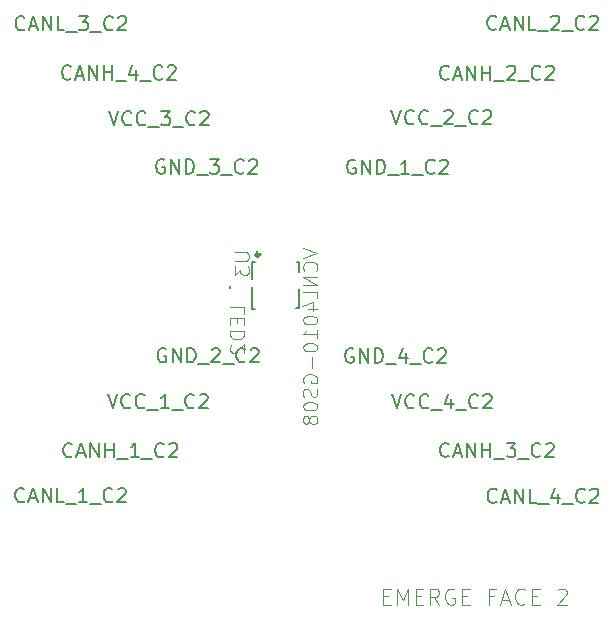
<source format=gbr>
G04 #@! TF.FileFunction,Legend,Bot*
%FSLAX46Y46*%
G04 Gerber Fmt 4.6, Leading zero omitted, Abs format (unit mm)*
G04 Created by KiCad (PCBNEW 4.0.6) date 05/08/17 07:17:05*
%MOMM*%
%LPD*%
G01*
G04 APERTURE LIST*
%ADD10C,0.100000*%
%ADD11C,0.113792*%
%ADD12C,0.127000*%
%ADD13C,0.304800*%
%ADD14C,0.101600*%
G04 APERTURE END LIST*
D10*
D11*
X189511033Y-131394140D02*
X189961460Y-131394140D01*
X190154500Y-132101953D02*
X189511033Y-132101953D01*
X189511033Y-130750673D01*
X190154500Y-130750673D01*
X190733620Y-132101953D02*
X190733620Y-130750673D01*
X191184047Y-131715873D01*
X191634474Y-130750673D01*
X191634474Y-132101953D01*
X192277940Y-131394140D02*
X192728367Y-131394140D01*
X192921407Y-132101953D02*
X192277940Y-132101953D01*
X192277940Y-130750673D01*
X192921407Y-130750673D01*
X194272687Y-132101953D02*
X193822261Y-131458487D01*
X193500527Y-132101953D02*
X193500527Y-130750673D01*
X194015301Y-130750673D01*
X194143994Y-130815020D01*
X194208341Y-130879367D01*
X194272687Y-131008060D01*
X194272687Y-131201100D01*
X194208341Y-131329793D01*
X194143994Y-131394140D01*
X194015301Y-131458487D01*
X193500527Y-131458487D01*
X195559621Y-130815020D02*
X195430927Y-130750673D01*
X195237887Y-130750673D01*
X195044847Y-130815020D01*
X194916154Y-130943713D01*
X194851807Y-131072407D01*
X194787461Y-131329793D01*
X194787461Y-131522833D01*
X194851807Y-131780220D01*
X194916154Y-131908913D01*
X195044847Y-132037607D01*
X195237887Y-132101953D01*
X195366581Y-132101953D01*
X195559621Y-132037607D01*
X195623967Y-131973260D01*
X195623967Y-131522833D01*
X195366581Y-131522833D01*
X196203087Y-131394140D02*
X196653514Y-131394140D01*
X196846554Y-132101953D02*
X196203087Y-132101953D01*
X196203087Y-130750673D01*
X196846554Y-130750673D01*
X198905648Y-131394140D02*
X198455221Y-131394140D01*
X198455221Y-132101953D02*
X198455221Y-130750673D01*
X199098688Y-130750673D01*
X199549115Y-131715873D02*
X200192581Y-131715873D01*
X199420421Y-132101953D02*
X199870848Y-130750673D01*
X200321275Y-132101953D01*
X201543861Y-131973260D02*
X201479515Y-132037607D01*
X201286475Y-132101953D01*
X201157781Y-132101953D01*
X200964741Y-132037607D01*
X200836048Y-131908913D01*
X200771701Y-131780220D01*
X200707355Y-131522833D01*
X200707355Y-131329793D01*
X200771701Y-131072407D01*
X200836048Y-130943713D01*
X200964741Y-130815020D01*
X201157781Y-130750673D01*
X201286475Y-130750673D01*
X201479515Y-130815020D01*
X201543861Y-130879367D01*
X202122981Y-131394140D02*
X202573408Y-131394140D01*
X202766448Y-132101953D02*
X202122981Y-132101953D01*
X202122981Y-130750673D01*
X202766448Y-130750673D01*
X204310769Y-130879367D02*
X204375115Y-130815020D01*
X204503809Y-130750673D01*
X204825542Y-130750673D01*
X204954235Y-130815020D01*
X205018582Y-130879367D01*
X205082929Y-131008060D01*
X205082929Y-131136753D01*
X205018582Y-131329793D01*
X204246422Y-132101953D01*
X205082929Y-132101953D01*
D10*
G36*
X176640100Y-105343900D02*
X176440100Y-105343900D01*
X176440100Y-105143900D01*
X176640100Y-105143900D01*
X176640100Y-105343900D01*
G37*
D12*
X178646300Y-103084500D02*
X178446300Y-103084500D01*
X178446300Y-103084500D02*
X178446300Y-104524500D01*
X178456300Y-105234500D02*
X178456300Y-107044500D01*
X178456300Y-107044500D02*
X178636300Y-107044500D01*
X182196300Y-103094500D02*
X182396300Y-103094500D01*
X182396300Y-103094500D02*
X182396300Y-103924500D01*
X182186300Y-107034500D02*
X182406300Y-107034500D01*
X182406300Y-107034500D02*
X182406300Y-105424500D01*
D13*
X179070309Y-102474500D02*
G75*
G03X179070309Y-102474500I-164009J0D01*
G01*
D12*
X178947922Y-102474500D02*
G75*
G03X178947922Y-102474500I-31622J0D01*
G01*
D14*
X177752648Y-107475686D02*
X177752648Y-106901162D01*
X176546148Y-106901162D01*
X177120671Y-107877852D02*
X177120671Y-108280019D01*
X177752648Y-108452376D02*
X177752648Y-107877852D01*
X176546148Y-107877852D01*
X176546148Y-108452376D01*
X177752648Y-108969447D02*
X176546148Y-108969447D01*
X176546148Y-109256709D01*
X176603600Y-109429066D01*
X176718505Y-109543971D01*
X176833410Y-109601423D01*
X177063219Y-109658875D01*
X177235576Y-109658875D01*
X177465386Y-109601423D01*
X177580290Y-109543971D01*
X177695195Y-109429066D01*
X177752648Y-109256709D01*
X177752648Y-108969447D01*
X176661052Y-110118495D02*
X176603600Y-110175947D01*
X176546148Y-110290852D01*
X176546148Y-110578114D01*
X176603600Y-110693018D01*
X176661052Y-110750471D01*
X176775957Y-110807923D01*
X176890862Y-110807923D01*
X177063219Y-110750471D01*
X177752648Y-110061042D01*
X177752648Y-110807923D01*
D12*
X190230005Y-90240948D02*
X190632171Y-91447448D01*
X191034338Y-90240948D01*
X192125933Y-91332543D02*
X192068481Y-91389995D01*
X191896124Y-91447448D01*
X191781219Y-91447448D01*
X191608862Y-91389995D01*
X191493957Y-91275090D01*
X191436505Y-91160186D01*
X191379053Y-90930376D01*
X191379053Y-90758019D01*
X191436505Y-90528210D01*
X191493957Y-90413305D01*
X191608862Y-90298400D01*
X191781219Y-90240948D01*
X191896124Y-90240948D01*
X192068481Y-90298400D01*
X192125933Y-90355852D01*
X193332433Y-91332543D02*
X193274981Y-91389995D01*
X193102624Y-91447448D01*
X192987719Y-91447448D01*
X192815362Y-91389995D01*
X192700457Y-91275090D01*
X192643005Y-91160186D01*
X192585553Y-90930376D01*
X192585553Y-90758019D01*
X192643005Y-90528210D01*
X192700457Y-90413305D01*
X192815362Y-90298400D01*
X192987719Y-90240948D01*
X193102624Y-90240948D01*
X193274981Y-90298400D01*
X193332433Y-90355852D01*
X193562243Y-91562352D02*
X194481481Y-91562352D01*
X194711291Y-90355852D02*
X194768743Y-90298400D01*
X194883648Y-90240948D01*
X195170910Y-90240948D01*
X195285814Y-90298400D01*
X195343267Y-90355852D01*
X195400719Y-90470757D01*
X195400719Y-90585662D01*
X195343267Y-90758019D01*
X194653838Y-91447448D01*
X195400719Y-91447448D01*
X195630529Y-91562352D02*
X196549767Y-91562352D01*
X197526457Y-91332543D02*
X197469005Y-91389995D01*
X197296648Y-91447448D01*
X197181743Y-91447448D01*
X197009386Y-91389995D01*
X196894481Y-91275090D01*
X196837029Y-91160186D01*
X196779577Y-90930376D01*
X196779577Y-90758019D01*
X196837029Y-90528210D01*
X196894481Y-90413305D01*
X197009386Y-90298400D01*
X197181743Y-90240948D01*
X197296648Y-90240948D01*
X197469005Y-90298400D01*
X197526457Y-90355852D01*
X197986077Y-90355852D02*
X198043529Y-90298400D01*
X198158434Y-90240948D01*
X198445696Y-90240948D01*
X198560600Y-90298400D01*
X198618053Y-90355852D01*
X198675505Y-90470757D01*
X198675505Y-90585662D01*
X198618053Y-90758019D01*
X197928624Y-91447448D01*
X198675505Y-91447448D01*
X166221005Y-114275948D02*
X166623171Y-115482448D01*
X167025338Y-114275948D01*
X168116933Y-115367543D02*
X168059481Y-115424995D01*
X167887124Y-115482448D01*
X167772219Y-115482448D01*
X167599862Y-115424995D01*
X167484957Y-115310090D01*
X167427505Y-115195186D01*
X167370053Y-114965376D01*
X167370053Y-114793019D01*
X167427505Y-114563210D01*
X167484957Y-114448305D01*
X167599862Y-114333400D01*
X167772219Y-114275948D01*
X167887124Y-114275948D01*
X168059481Y-114333400D01*
X168116933Y-114390852D01*
X169323433Y-115367543D02*
X169265981Y-115424995D01*
X169093624Y-115482448D01*
X168978719Y-115482448D01*
X168806362Y-115424995D01*
X168691457Y-115310090D01*
X168634005Y-115195186D01*
X168576553Y-114965376D01*
X168576553Y-114793019D01*
X168634005Y-114563210D01*
X168691457Y-114448305D01*
X168806362Y-114333400D01*
X168978719Y-114275948D01*
X169093624Y-114275948D01*
X169265981Y-114333400D01*
X169323433Y-114390852D01*
X169553243Y-115597352D02*
X170472481Y-115597352D01*
X171391719Y-115482448D02*
X170702291Y-115482448D01*
X171047005Y-115482448D02*
X171047005Y-114275948D01*
X170932100Y-114448305D01*
X170817195Y-114563210D01*
X170702291Y-114620662D01*
X171621529Y-115597352D02*
X172540767Y-115597352D01*
X173517457Y-115367543D02*
X173460005Y-115424995D01*
X173287648Y-115482448D01*
X173172743Y-115482448D01*
X173000386Y-115424995D01*
X172885481Y-115310090D01*
X172828029Y-115195186D01*
X172770577Y-114965376D01*
X172770577Y-114793019D01*
X172828029Y-114563210D01*
X172885481Y-114448305D01*
X173000386Y-114333400D01*
X173172743Y-114275948D01*
X173287648Y-114275948D01*
X173460005Y-114333400D01*
X173517457Y-114390852D01*
X173977077Y-114390852D02*
X174034529Y-114333400D01*
X174149434Y-114275948D01*
X174436696Y-114275948D01*
X174551600Y-114333400D01*
X174609053Y-114390852D01*
X174666505Y-114505757D01*
X174666505Y-114620662D01*
X174609053Y-114793019D01*
X173919624Y-115482448D01*
X174666505Y-115482448D01*
X171120338Y-110455400D02*
X171005433Y-110397948D01*
X170833076Y-110397948D01*
X170660719Y-110455400D01*
X170545814Y-110570305D01*
X170488362Y-110685210D01*
X170430910Y-110915019D01*
X170430910Y-111087376D01*
X170488362Y-111317186D01*
X170545814Y-111432090D01*
X170660719Y-111546995D01*
X170833076Y-111604448D01*
X170947981Y-111604448D01*
X171120338Y-111546995D01*
X171177790Y-111489543D01*
X171177790Y-111087376D01*
X170947981Y-111087376D01*
X171694862Y-111604448D02*
X171694862Y-110397948D01*
X172384290Y-111604448D01*
X172384290Y-110397948D01*
X172958814Y-111604448D02*
X172958814Y-110397948D01*
X173246076Y-110397948D01*
X173418433Y-110455400D01*
X173533338Y-110570305D01*
X173590790Y-110685210D01*
X173648242Y-110915019D01*
X173648242Y-111087376D01*
X173590790Y-111317186D01*
X173533338Y-111432090D01*
X173418433Y-111546995D01*
X173246076Y-111604448D01*
X172958814Y-111604448D01*
X173878052Y-111719352D02*
X174797290Y-111719352D01*
X175027100Y-110512852D02*
X175084552Y-110455400D01*
X175199457Y-110397948D01*
X175486719Y-110397948D01*
X175601623Y-110455400D01*
X175659076Y-110512852D01*
X175716528Y-110627757D01*
X175716528Y-110742662D01*
X175659076Y-110915019D01*
X174969647Y-111604448D01*
X175716528Y-111604448D01*
X175946338Y-111719352D02*
X176865576Y-111719352D01*
X177842266Y-111489543D02*
X177784814Y-111546995D01*
X177612457Y-111604448D01*
X177497552Y-111604448D01*
X177325195Y-111546995D01*
X177210290Y-111432090D01*
X177152838Y-111317186D01*
X177095386Y-111087376D01*
X177095386Y-110915019D01*
X177152838Y-110685210D01*
X177210290Y-110570305D01*
X177325195Y-110455400D01*
X177497552Y-110397948D01*
X177612457Y-110397948D01*
X177784814Y-110455400D01*
X177842266Y-110512852D01*
X178301886Y-110512852D02*
X178359338Y-110455400D01*
X178474243Y-110397948D01*
X178761505Y-110397948D01*
X178876409Y-110455400D01*
X178933862Y-110512852D01*
X178991314Y-110627757D01*
X178991314Y-110742662D01*
X178933862Y-110915019D01*
X178244433Y-111604448D01*
X178991314Y-111604448D01*
X187151338Y-94487400D02*
X187036433Y-94429948D01*
X186864076Y-94429948D01*
X186691719Y-94487400D01*
X186576814Y-94602305D01*
X186519362Y-94717210D01*
X186461910Y-94947019D01*
X186461910Y-95119376D01*
X186519362Y-95349186D01*
X186576814Y-95464090D01*
X186691719Y-95578995D01*
X186864076Y-95636448D01*
X186978981Y-95636448D01*
X187151338Y-95578995D01*
X187208790Y-95521543D01*
X187208790Y-95119376D01*
X186978981Y-95119376D01*
X187725862Y-95636448D02*
X187725862Y-94429948D01*
X188415290Y-95636448D01*
X188415290Y-94429948D01*
X188989814Y-95636448D02*
X188989814Y-94429948D01*
X189277076Y-94429948D01*
X189449433Y-94487400D01*
X189564338Y-94602305D01*
X189621790Y-94717210D01*
X189679242Y-94947019D01*
X189679242Y-95119376D01*
X189621790Y-95349186D01*
X189564338Y-95464090D01*
X189449433Y-95578995D01*
X189277076Y-95636448D01*
X188989814Y-95636448D01*
X189909052Y-95751352D02*
X190828290Y-95751352D01*
X191747528Y-95636448D02*
X191058100Y-95636448D01*
X191402814Y-95636448D02*
X191402814Y-94429948D01*
X191287909Y-94602305D01*
X191173004Y-94717210D01*
X191058100Y-94774662D01*
X191977338Y-95751352D02*
X192896576Y-95751352D01*
X193873266Y-95521543D02*
X193815814Y-95578995D01*
X193643457Y-95636448D01*
X193528552Y-95636448D01*
X193356195Y-95578995D01*
X193241290Y-95464090D01*
X193183838Y-95349186D01*
X193126386Y-95119376D01*
X193126386Y-94947019D01*
X193183838Y-94717210D01*
X193241290Y-94602305D01*
X193356195Y-94487400D01*
X193528552Y-94429948D01*
X193643457Y-94429948D01*
X193815814Y-94487400D01*
X193873266Y-94544852D01*
X194332886Y-94544852D02*
X194390338Y-94487400D01*
X194505243Y-94429948D01*
X194792505Y-94429948D01*
X194907409Y-94487400D01*
X194964862Y-94544852D01*
X195022314Y-94659757D01*
X195022314Y-94774662D01*
X194964862Y-94947019D01*
X194275433Y-95636448D01*
X195022314Y-95636448D01*
X199099790Y-83331543D02*
X199042338Y-83388995D01*
X198869981Y-83446448D01*
X198755076Y-83446448D01*
X198582719Y-83388995D01*
X198467814Y-83274090D01*
X198410362Y-83159186D01*
X198352910Y-82929376D01*
X198352910Y-82757019D01*
X198410362Y-82527210D01*
X198467814Y-82412305D01*
X198582719Y-82297400D01*
X198755076Y-82239948D01*
X198869981Y-82239948D01*
X199042338Y-82297400D01*
X199099790Y-82354852D01*
X199559410Y-83101733D02*
X200133933Y-83101733D01*
X199444505Y-83446448D02*
X199846671Y-82239948D01*
X200248838Y-83446448D01*
X200651005Y-83446448D02*
X200651005Y-82239948D01*
X201340433Y-83446448D01*
X201340433Y-82239948D01*
X202489481Y-83446448D02*
X201914957Y-83446448D01*
X201914957Y-82239948D01*
X202604385Y-83561352D02*
X203523623Y-83561352D01*
X203753433Y-82354852D02*
X203810885Y-82297400D01*
X203925790Y-82239948D01*
X204213052Y-82239948D01*
X204327956Y-82297400D01*
X204385409Y-82354852D01*
X204442861Y-82469757D01*
X204442861Y-82584662D01*
X204385409Y-82757019D01*
X203695980Y-83446448D01*
X204442861Y-83446448D01*
X204672671Y-83561352D02*
X205591909Y-83561352D01*
X206568599Y-83331543D02*
X206511147Y-83388995D01*
X206338790Y-83446448D01*
X206223885Y-83446448D01*
X206051528Y-83388995D01*
X205936623Y-83274090D01*
X205879171Y-83159186D01*
X205821719Y-82929376D01*
X205821719Y-82757019D01*
X205879171Y-82527210D01*
X205936623Y-82412305D01*
X206051528Y-82297400D01*
X206223885Y-82239948D01*
X206338790Y-82239948D01*
X206511147Y-82297400D01*
X206568599Y-82354852D01*
X207028219Y-82354852D02*
X207085671Y-82297400D01*
X207200576Y-82239948D01*
X207487838Y-82239948D01*
X207602742Y-82297400D01*
X207660195Y-82354852D01*
X207717647Y-82469757D01*
X207717647Y-82584662D01*
X207660195Y-82757019D01*
X206970766Y-83446448D01*
X207717647Y-83446448D01*
X159132790Y-123326543D02*
X159075338Y-123383995D01*
X158902981Y-123441448D01*
X158788076Y-123441448D01*
X158615719Y-123383995D01*
X158500814Y-123269090D01*
X158443362Y-123154186D01*
X158385910Y-122924376D01*
X158385910Y-122752019D01*
X158443362Y-122522210D01*
X158500814Y-122407305D01*
X158615719Y-122292400D01*
X158788076Y-122234948D01*
X158902981Y-122234948D01*
X159075338Y-122292400D01*
X159132790Y-122349852D01*
X159592410Y-123096733D02*
X160166933Y-123096733D01*
X159477505Y-123441448D02*
X159879671Y-122234948D01*
X160281838Y-123441448D01*
X160684005Y-123441448D02*
X160684005Y-122234948D01*
X161373433Y-123441448D01*
X161373433Y-122234948D01*
X162522481Y-123441448D02*
X161947957Y-123441448D01*
X161947957Y-122234948D01*
X162637385Y-123556352D02*
X163556623Y-123556352D01*
X164475861Y-123441448D02*
X163786433Y-123441448D01*
X164131147Y-123441448D02*
X164131147Y-122234948D01*
X164016242Y-122407305D01*
X163901337Y-122522210D01*
X163786433Y-122579662D01*
X164705671Y-123556352D02*
X165624909Y-123556352D01*
X166601599Y-123326543D02*
X166544147Y-123383995D01*
X166371790Y-123441448D01*
X166256885Y-123441448D01*
X166084528Y-123383995D01*
X165969623Y-123269090D01*
X165912171Y-123154186D01*
X165854719Y-122924376D01*
X165854719Y-122752019D01*
X165912171Y-122522210D01*
X165969623Y-122407305D01*
X166084528Y-122292400D01*
X166256885Y-122234948D01*
X166371790Y-122234948D01*
X166544147Y-122292400D01*
X166601599Y-122349852D01*
X167061219Y-122349852D02*
X167118671Y-122292400D01*
X167233576Y-122234948D01*
X167520838Y-122234948D01*
X167635742Y-122292400D01*
X167693195Y-122349852D01*
X167750647Y-122464757D01*
X167750647Y-122579662D01*
X167693195Y-122752019D01*
X167003766Y-123441448D01*
X167750647Y-123441448D01*
X195086790Y-87575543D02*
X195029338Y-87632995D01*
X194856981Y-87690448D01*
X194742076Y-87690448D01*
X194569719Y-87632995D01*
X194454814Y-87518090D01*
X194397362Y-87403186D01*
X194339910Y-87173376D01*
X194339910Y-87001019D01*
X194397362Y-86771210D01*
X194454814Y-86656305D01*
X194569719Y-86541400D01*
X194742076Y-86483948D01*
X194856981Y-86483948D01*
X195029338Y-86541400D01*
X195086790Y-86598852D01*
X195546410Y-87345733D02*
X196120933Y-87345733D01*
X195431505Y-87690448D02*
X195833671Y-86483948D01*
X196235838Y-87690448D01*
X196638005Y-87690448D02*
X196638005Y-86483948D01*
X197327433Y-87690448D01*
X197327433Y-86483948D01*
X197901957Y-87690448D02*
X197901957Y-86483948D01*
X197901957Y-87058471D02*
X198591385Y-87058471D01*
X198591385Y-87690448D02*
X198591385Y-86483948D01*
X198878647Y-87805352D02*
X199797885Y-87805352D01*
X200027695Y-86598852D02*
X200085147Y-86541400D01*
X200200052Y-86483948D01*
X200487314Y-86483948D01*
X200602218Y-86541400D01*
X200659671Y-86598852D01*
X200717123Y-86713757D01*
X200717123Y-86828662D01*
X200659671Y-87001019D01*
X199970242Y-87690448D01*
X200717123Y-87690448D01*
X200946933Y-87805352D02*
X201866171Y-87805352D01*
X202842861Y-87575543D02*
X202785409Y-87632995D01*
X202613052Y-87690448D01*
X202498147Y-87690448D01*
X202325790Y-87632995D01*
X202210885Y-87518090D01*
X202153433Y-87403186D01*
X202095981Y-87173376D01*
X202095981Y-87001019D01*
X202153433Y-86771210D01*
X202210885Y-86656305D01*
X202325790Y-86541400D01*
X202498147Y-86483948D01*
X202613052Y-86483948D01*
X202785409Y-86541400D01*
X202842861Y-86598852D01*
X203302481Y-86598852D02*
X203359933Y-86541400D01*
X203474838Y-86483948D01*
X203762100Y-86483948D01*
X203877004Y-86541400D01*
X203934457Y-86598852D01*
X203991909Y-86713757D01*
X203991909Y-86828662D01*
X203934457Y-87001019D01*
X203245028Y-87690448D01*
X203991909Y-87690448D01*
X163195790Y-119525543D02*
X163138338Y-119582995D01*
X162965981Y-119640448D01*
X162851076Y-119640448D01*
X162678719Y-119582995D01*
X162563814Y-119468090D01*
X162506362Y-119353186D01*
X162448910Y-119123376D01*
X162448910Y-118951019D01*
X162506362Y-118721210D01*
X162563814Y-118606305D01*
X162678719Y-118491400D01*
X162851076Y-118433948D01*
X162965981Y-118433948D01*
X163138338Y-118491400D01*
X163195790Y-118548852D01*
X163655410Y-119295733D02*
X164229933Y-119295733D01*
X163540505Y-119640448D02*
X163942671Y-118433948D01*
X164344838Y-119640448D01*
X164747005Y-119640448D02*
X164747005Y-118433948D01*
X165436433Y-119640448D01*
X165436433Y-118433948D01*
X166010957Y-119640448D02*
X166010957Y-118433948D01*
X166010957Y-119008471D02*
X166700385Y-119008471D01*
X166700385Y-119640448D02*
X166700385Y-118433948D01*
X166987647Y-119755352D02*
X167906885Y-119755352D01*
X168826123Y-119640448D02*
X168136695Y-119640448D01*
X168481409Y-119640448D02*
X168481409Y-118433948D01*
X168366504Y-118606305D01*
X168251599Y-118721210D01*
X168136695Y-118778662D01*
X169055933Y-119755352D02*
X169975171Y-119755352D01*
X170951861Y-119525543D02*
X170894409Y-119582995D01*
X170722052Y-119640448D01*
X170607147Y-119640448D01*
X170434790Y-119582995D01*
X170319885Y-119468090D01*
X170262433Y-119353186D01*
X170204981Y-119123376D01*
X170204981Y-118951019D01*
X170262433Y-118721210D01*
X170319885Y-118606305D01*
X170434790Y-118491400D01*
X170607147Y-118433948D01*
X170722052Y-118433948D01*
X170894409Y-118491400D01*
X170951861Y-118548852D01*
X171411481Y-118548852D02*
X171468933Y-118491400D01*
X171583838Y-118433948D01*
X171871100Y-118433948D01*
X171986004Y-118491400D01*
X172043457Y-118548852D01*
X172100909Y-118663757D01*
X172100909Y-118778662D01*
X172043457Y-118951019D01*
X171354028Y-119640448D01*
X172100909Y-119640448D01*
D14*
X176962348Y-102291762D02*
X177939038Y-102291762D01*
X178053943Y-102349214D01*
X178111395Y-102406667D01*
X178168848Y-102521571D01*
X178168848Y-102751381D01*
X178111395Y-102866286D01*
X178053943Y-102923738D01*
X177939038Y-102981190D01*
X176962348Y-102981190D01*
X176962348Y-103440809D02*
X176962348Y-104187690D01*
X177421967Y-103785523D01*
X177421967Y-103957881D01*
X177479419Y-104072785D01*
X177536871Y-104130238D01*
X177651776Y-104187690D01*
X177939038Y-104187690D01*
X178053943Y-104130238D01*
X178111395Y-104072785D01*
X178168848Y-103957881D01*
X178168848Y-103613166D01*
X178111395Y-103498262D01*
X178053943Y-103440809D01*
X182742348Y-101929405D02*
X183948848Y-102331571D01*
X182742348Y-102733738D01*
X183833943Y-103825333D02*
X183891395Y-103767881D01*
X183948848Y-103595524D01*
X183948848Y-103480619D01*
X183891395Y-103308262D01*
X183776490Y-103193357D01*
X183661586Y-103135905D01*
X183431776Y-103078453D01*
X183259419Y-103078453D01*
X183029610Y-103135905D01*
X182914705Y-103193357D01*
X182799800Y-103308262D01*
X182742348Y-103480619D01*
X182742348Y-103595524D01*
X182799800Y-103767881D01*
X182857252Y-103825333D01*
X183948848Y-104342405D02*
X182742348Y-104342405D01*
X183948848Y-105031833D01*
X182742348Y-105031833D01*
X183948848Y-106180881D02*
X183948848Y-105606357D01*
X182742348Y-105606357D01*
X183144514Y-107100118D02*
X183948848Y-107100118D01*
X182684895Y-106812856D02*
X183546681Y-106525595D01*
X183546681Y-107272475D01*
X182742348Y-107961904D02*
X182742348Y-108076809D01*
X182799800Y-108191714D01*
X182857252Y-108249166D01*
X182972157Y-108306619D01*
X183201967Y-108364071D01*
X183489229Y-108364071D01*
X183719038Y-108306619D01*
X183833943Y-108249166D01*
X183891395Y-108191714D01*
X183948848Y-108076809D01*
X183948848Y-107961904D01*
X183891395Y-107847000D01*
X183833943Y-107789547D01*
X183719038Y-107732095D01*
X183489229Y-107674643D01*
X183201967Y-107674643D01*
X182972157Y-107732095D01*
X182857252Y-107789547D01*
X182799800Y-107847000D01*
X182742348Y-107961904D01*
X183948848Y-109513119D02*
X183948848Y-108823691D01*
X183948848Y-109168405D02*
X182742348Y-109168405D01*
X182914705Y-109053500D01*
X183029610Y-108938595D01*
X183087062Y-108823691D01*
X182742348Y-110260000D02*
X182742348Y-110374905D01*
X182799800Y-110489810D01*
X182857252Y-110547262D01*
X182972157Y-110604715D01*
X183201967Y-110662167D01*
X183489229Y-110662167D01*
X183719038Y-110604715D01*
X183833943Y-110547262D01*
X183891395Y-110489810D01*
X183948848Y-110374905D01*
X183948848Y-110260000D01*
X183891395Y-110145096D01*
X183833943Y-110087643D01*
X183719038Y-110030191D01*
X183489229Y-109972739D01*
X183201967Y-109972739D01*
X182972157Y-110030191D01*
X182857252Y-110087643D01*
X182799800Y-110145096D01*
X182742348Y-110260000D01*
X183489229Y-111179239D02*
X183489229Y-112098477D01*
X182799800Y-113304977D02*
X182742348Y-113190072D01*
X182742348Y-113017715D01*
X182799800Y-112845358D01*
X182914705Y-112730453D01*
X183029610Y-112673001D01*
X183259419Y-112615549D01*
X183431776Y-112615549D01*
X183661586Y-112673001D01*
X183776490Y-112730453D01*
X183891395Y-112845358D01*
X183948848Y-113017715D01*
X183948848Y-113132620D01*
X183891395Y-113304977D01*
X183833943Y-113362429D01*
X183431776Y-113362429D01*
X183431776Y-113132620D01*
X183891395Y-113822049D02*
X183948848Y-113994406D01*
X183948848Y-114281668D01*
X183891395Y-114396572D01*
X183833943Y-114454025D01*
X183719038Y-114511477D01*
X183604133Y-114511477D01*
X183489229Y-114454025D01*
X183431776Y-114396572D01*
X183374324Y-114281668D01*
X183316871Y-114051858D01*
X183259419Y-113936953D01*
X183201967Y-113879501D01*
X183087062Y-113822049D01*
X182972157Y-113822049D01*
X182857252Y-113879501D01*
X182799800Y-113936953D01*
X182742348Y-114051858D01*
X182742348Y-114339120D01*
X182799800Y-114511477D01*
X182742348Y-115258358D02*
X182742348Y-115373263D01*
X182799800Y-115488168D01*
X182857252Y-115545620D01*
X182972157Y-115603073D01*
X183201967Y-115660525D01*
X183489229Y-115660525D01*
X183719038Y-115603073D01*
X183833943Y-115545620D01*
X183891395Y-115488168D01*
X183948848Y-115373263D01*
X183948848Y-115258358D01*
X183891395Y-115143454D01*
X183833943Y-115086001D01*
X183719038Y-115028549D01*
X183489229Y-114971097D01*
X183201967Y-114971097D01*
X182972157Y-115028549D01*
X182857252Y-115086001D01*
X182799800Y-115143454D01*
X182742348Y-115258358D01*
X183259419Y-116349954D02*
X183201967Y-116235049D01*
X183144514Y-116177597D01*
X183029610Y-116120145D01*
X182972157Y-116120145D01*
X182857252Y-116177597D01*
X182799800Y-116235049D01*
X182742348Y-116349954D01*
X182742348Y-116579764D01*
X182799800Y-116694668D01*
X182857252Y-116752121D01*
X182972157Y-116809573D01*
X183029610Y-116809573D01*
X183144514Y-116752121D01*
X183201967Y-116694668D01*
X183259419Y-116579764D01*
X183259419Y-116349954D01*
X183316871Y-116235049D01*
X183374324Y-116177597D01*
X183489229Y-116120145D01*
X183719038Y-116120145D01*
X183833943Y-116177597D01*
X183891395Y-116235049D01*
X183948848Y-116349954D01*
X183948848Y-116579764D01*
X183891395Y-116694668D01*
X183833943Y-116752121D01*
X183719038Y-116809573D01*
X183489229Y-116809573D01*
X183374324Y-116752121D01*
X183316871Y-116694668D01*
X183259419Y-116579764D01*
D12*
X186974338Y-110478400D02*
X186859433Y-110420948D01*
X186687076Y-110420948D01*
X186514719Y-110478400D01*
X186399814Y-110593305D01*
X186342362Y-110708210D01*
X186284910Y-110938019D01*
X186284910Y-111110376D01*
X186342362Y-111340186D01*
X186399814Y-111455090D01*
X186514719Y-111569995D01*
X186687076Y-111627448D01*
X186801981Y-111627448D01*
X186974338Y-111569995D01*
X187031790Y-111512543D01*
X187031790Y-111110376D01*
X186801981Y-111110376D01*
X187548862Y-111627448D02*
X187548862Y-110420948D01*
X188238290Y-111627448D01*
X188238290Y-110420948D01*
X188812814Y-111627448D02*
X188812814Y-110420948D01*
X189100076Y-110420948D01*
X189272433Y-110478400D01*
X189387338Y-110593305D01*
X189444790Y-110708210D01*
X189502242Y-110938019D01*
X189502242Y-111110376D01*
X189444790Y-111340186D01*
X189387338Y-111455090D01*
X189272433Y-111569995D01*
X189100076Y-111627448D01*
X188812814Y-111627448D01*
X189732052Y-111742352D02*
X190651290Y-111742352D01*
X191455623Y-110823114D02*
X191455623Y-111627448D01*
X191168361Y-110363495D02*
X190881100Y-111225281D01*
X191627980Y-111225281D01*
X191800338Y-111742352D02*
X192719576Y-111742352D01*
X193696266Y-111512543D02*
X193638814Y-111569995D01*
X193466457Y-111627448D01*
X193351552Y-111627448D01*
X193179195Y-111569995D01*
X193064290Y-111455090D01*
X193006838Y-111340186D01*
X192949386Y-111110376D01*
X192949386Y-110938019D01*
X193006838Y-110708210D01*
X193064290Y-110593305D01*
X193179195Y-110478400D01*
X193351552Y-110420948D01*
X193466457Y-110420948D01*
X193638814Y-110478400D01*
X193696266Y-110535852D01*
X194155886Y-110535852D02*
X194213338Y-110478400D01*
X194328243Y-110420948D01*
X194615505Y-110420948D01*
X194730409Y-110478400D01*
X194787862Y-110535852D01*
X194845314Y-110650757D01*
X194845314Y-110765662D01*
X194787862Y-110938019D01*
X194098433Y-111627448D01*
X194845314Y-111627448D01*
X170989738Y-94461000D02*
X170874833Y-94403548D01*
X170702476Y-94403548D01*
X170530119Y-94461000D01*
X170415214Y-94575905D01*
X170357762Y-94690810D01*
X170300310Y-94920619D01*
X170300310Y-95092976D01*
X170357762Y-95322786D01*
X170415214Y-95437690D01*
X170530119Y-95552595D01*
X170702476Y-95610048D01*
X170817381Y-95610048D01*
X170989738Y-95552595D01*
X171047190Y-95495143D01*
X171047190Y-95092976D01*
X170817381Y-95092976D01*
X171564262Y-95610048D02*
X171564262Y-94403548D01*
X172253690Y-95610048D01*
X172253690Y-94403548D01*
X172828214Y-95610048D02*
X172828214Y-94403548D01*
X173115476Y-94403548D01*
X173287833Y-94461000D01*
X173402738Y-94575905D01*
X173460190Y-94690810D01*
X173517642Y-94920619D01*
X173517642Y-95092976D01*
X173460190Y-95322786D01*
X173402738Y-95437690D01*
X173287833Y-95552595D01*
X173115476Y-95610048D01*
X172828214Y-95610048D01*
X173747452Y-95724952D02*
X174666690Y-95724952D01*
X174839047Y-94403548D02*
X175585928Y-94403548D01*
X175183761Y-94863167D01*
X175356119Y-94863167D01*
X175471023Y-94920619D01*
X175528476Y-94978071D01*
X175585928Y-95092976D01*
X175585928Y-95380238D01*
X175528476Y-95495143D01*
X175471023Y-95552595D01*
X175356119Y-95610048D01*
X175011404Y-95610048D01*
X174896500Y-95552595D01*
X174839047Y-95495143D01*
X175815738Y-95724952D02*
X176734976Y-95724952D01*
X177711666Y-95495143D02*
X177654214Y-95552595D01*
X177481857Y-95610048D01*
X177366952Y-95610048D01*
X177194595Y-95552595D01*
X177079690Y-95437690D01*
X177022238Y-95322786D01*
X176964786Y-95092976D01*
X176964786Y-94920619D01*
X177022238Y-94690810D01*
X177079690Y-94575905D01*
X177194595Y-94461000D01*
X177366952Y-94403548D01*
X177481857Y-94403548D01*
X177654214Y-94461000D01*
X177711666Y-94518452D01*
X178171286Y-94518452D02*
X178228738Y-94461000D01*
X178343643Y-94403548D01*
X178630905Y-94403548D01*
X178745809Y-94461000D01*
X178803262Y-94518452D01*
X178860714Y-94633357D01*
X178860714Y-94748262D01*
X178803262Y-94920619D01*
X178113833Y-95610048D01*
X178860714Y-95610048D01*
X166298405Y-90328748D02*
X166700571Y-91535248D01*
X167102738Y-90328748D01*
X168194333Y-91420343D02*
X168136881Y-91477795D01*
X167964524Y-91535248D01*
X167849619Y-91535248D01*
X167677262Y-91477795D01*
X167562357Y-91362890D01*
X167504905Y-91247986D01*
X167447453Y-91018176D01*
X167447453Y-90845819D01*
X167504905Y-90616010D01*
X167562357Y-90501105D01*
X167677262Y-90386200D01*
X167849619Y-90328748D01*
X167964524Y-90328748D01*
X168136881Y-90386200D01*
X168194333Y-90443652D01*
X169400833Y-91420343D02*
X169343381Y-91477795D01*
X169171024Y-91535248D01*
X169056119Y-91535248D01*
X168883762Y-91477795D01*
X168768857Y-91362890D01*
X168711405Y-91247986D01*
X168653953Y-91018176D01*
X168653953Y-90845819D01*
X168711405Y-90616010D01*
X168768857Y-90501105D01*
X168883762Y-90386200D01*
X169056119Y-90328748D01*
X169171024Y-90328748D01*
X169343381Y-90386200D01*
X169400833Y-90443652D01*
X169630643Y-91650152D02*
X170549881Y-91650152D01*
X170722238Y-90328748D02*
X171469119Y-90328748D01*
X171066952Y-90788367D01*
X171239310Y-90788367D01*
X171354214Y-90845819D01*
X171411667Y-90903271D01*
X171469119Y-91018176D01*
X171469119Y-91305438D01*
X171411667Y-91420343D01*
X171354214Y-91477795D01*
X171239310Y-91535248D01*
X170894595Y-91535248D01*
X170779691Y-91477795D01*
X170722238Y-91420343D01*
X171698929Y-91650152D02*
X172618167Y-91650152D01*
X173594857Y-91420343D02*
X173537405Y-91477795D01*
X173365048Y-91535248D01*
X173250143Y-91535248D01*
X173077786Y-91477795D01*
X172962881Y-91362890D01*
X172905429Y-91247986D01*
X172847977Y-91018176D01*
X172847977Y-90845819D01*
X172905429Y-90616010D01*
X172962881Y-90501105D01*
X173077786Y-90386200D01*
X173250143Y-90328748D01*
X173365048Y-90328748D01*
X173537405Y-90386200D01*
X173594857Y-90443652D01*
X174054477Y-90443652D02*
X174111929Y-90386200D01*
X174226834Y-90328748D01*
X174514096Y-90328748D01*
X174629000Y-90386200D01*
X174686453Y-90443652D01*
X174743905Y-90558557D01*
X174743905Y-90673462D01*
X174686453Y-90845819D01*
X173997024Y-91535248D01*
X174743905Y-91535248D01*
X190254205Y-114291748D02*
X190656371Y-115498248D01*
X191058538Y-114291748D01*
X192150133Y-115383343D02*
X192092681Y-115440795D01*
X191920324Y-115498248D01*
X191805419Y-115498248D01*
X191633062Y-115440795D01*
X191518157Y-115325890D01*
X191460705Y-115210986D01*
X191403253Y-114981176D01*
X191403253Y-114808819D01*
X191460705Y-114579010D01*
X191518157Y-114464105D01*
X191633062Y-114349200D01*
X191805419Y-114291748D01*
X191920324Y-114291748D01*
X192092681Y-114349200D01*
X192150133Y-114406652D01*
X193356633Y-115383343D02*
X193299181Y-115440795D01*
X193126824Y-115498248D01*
X193011919Y-115498248D01*
X192839562Y-115440795D01*
X192724657Y-115325890D01*
X192667205Y-115210986D01*
X192609753Y-114981176D01*
X192609753Y-114808819D01*
X192667205Y-114579010D01*
X192724657Y-114464105D01*
X192839562Y-114349200D01*
X193011919Y-114291748D01*
X193126824Y-114291748D01*
X193299181Y-114349200D01*
X193356633Y-114406652D01*
X193586443Y-115613152D02*
X194505681Y-115613152D01*
X195310014Y-114693914D02*
X195310014Y-115498248D01*
X195022752Y-114234295D02*
X194735491Y-115096081D01*
X195482371Y-115096081D01*
X195654729Y-115613152D02*
X196573967Y-115613152D01*
X197550657Y-115383343D02*
X197493205Y-115440795D01*
X197320848Y-115498248D01*
X197205943Y-115498248D01*
X197033586Y-115440795D01*
X196918681Y-115325890D01*
X196861229Y-115210986D01*
X196803777Y-114981176D01*
X196803777Y-114808819D01*
X196861229Y-114579010D01*
X196918681Y-114464105D01*
X197033586Y-114349200D01*
X197205943Y-114291748D01*
X197320848Y-114291748D01*
X197493205Y-114349200D01*
X197550657Y-114406652D01*
X198010277Y-114406652D02*
X198067729Y-114349200D01*
X198182634Y-114291748D01*
X198469896Y-114291748D01*
X198584800Y-114349200D01*
X198642253Y-114406652D01*
X198699705Y-114521557D01*
X198699705Y-114636462D01*
X198642253Y-114808819D01*
X197952824Y-115498248D01*
X198699705Y-115498248D01*
X199122990Y-123393343D02*
X199065538Y-123450795D01*
X198893181Y-123508248D01*
X198778276Y-123508248D01*
X198605919Y-123450795D01*
X198491014Y-123335890D01*
X198433562Y-123220986D01*
X198376110Y-122991176D01*
X198376110Y-122818819D01*
X198433562Y-122589010D01*
X198491014Y-122474105D01*
X198605919Y-122359200D01*
X198778276Y-122301748D01*
X198893181Y-122301748D01*
X199065538Y-122359200D01*
X199122990Y-122416652D01*
X199582610Y-123163533D02*
X200157133Y-123163533D01*
X199467705Y-123508248D02*
X199869871Y-122301748D01*
X200272038Y-123508248D01*
X200674205Y-123508248D02*
X200674205Y-122301748D01*
X201363633Y-123508248D01*
X201363633Y-122301748D01*
X202512681Y-123508248D02*
X201938157Y-123508248D01*
X201938157Y-122301748D01*
X202627585Y-123623152D02*
X203546823Y-123623152D01*
X204351156Y-122703914D02*
X204351156Y-123508248D01*
X204063894Y-122244295D02*
X203776633Y-123106081D01*
X204523513Y-123106081D01*
X204695871Y-123623152D02*
X205615109Y-123623152D01*
X206591799Y-123393343D02*
X206534347Y-123450795D01*
X206361990Y-123508248D01*
X206247085Y-123508248D01*
X206074728Y-123450795D01*
X205959823Y-123335890D01*
X205902371Y-123220986D01*
X205844919Y-122991176D01*
X205844919Y-122818819D01*
X205902371Y-122589010D01*
X205959823Y-122474105D01*
X206074728Y-122359200D01*
X206247085Y-122301748D01*
X206361990Y-122301748D01*
X206534347Y-122359200D01*
X206591799Y-122416652D01*
X207051419Y-122416652D02*
X207108871Y-122359200D01*
X207223776Y-122301748D01*
X207511038Y-122301748D01*
X207625942Y-122359200D01*
X207683395Y-122416652D01*
X207740847Y-122531557D01*
X207740847Y-122646462D01*
X207683395Y-122818819D01*
X206993966Y-123508248D01*
X207740847Y-123508248D01*
X159154190Y-83374943D02*
X159096738Y-83432395D01*
X158924381Y-83489848D01*
X158809476Y-83489848D01*
X158637119Y-83432395D01*
X158522214Y-83317490D01*
X158464762Y-83202586D01*
X158407310Y-82972776D01*
X158407310Y-82800419D01*
X158464762Y-82570610D01*
X158522214Y-82455705D01*
X158637119Y-82340800D01*
X158809476Y-82283348D01*
X158924381Y-82283348D01*
X159096738Y-82340800D01*
X159154190Y-82398252D01*
X159613810Y-83145133D02*
X160188333Y-83145133D01*
X159498905Y-83489848D02*
X159901071Y-82283348D01*
X160303238Y-83489848D01*
X160705405Y-83489848D02*
X160705405Y-82283348D01*
X161394833Y-83489848D01*
X161394833Y-82283348D01*
X162543881Y-83489848D02*
X161969357Y-83489848D01*
X161969357Y-82283348D01*
X162658785Y-83604752D02*
X163578023Y-83604752D01*
X163750380Y-82283348D02*
X164497261Y-82283348D01*
X164095094Y-82742967D01*
X164267452Y-82742967D01*
X164382356Y-82800419D01*
X164439809Y-82857871D01*
X164497261Y-82972776D01*
X164497261Y-83260038D01*
X164439809Y-83374943D01*
X164382356Y-83432395D01*
X164267452Y-83489848D01*
X163922737Y-83489848D01*
X163807833Y-83432395D01*
X163750380Y-83374943D01*
X164727071Y-83604752D02*
X165646309Y-83604752D01*
X166622999Y-83374943D02*
X166565547Y-83432395D01*
X166393190Y-83489848D01*
X166278285Y-83489848D01*
X166105928Y-83432395D01*
X165991023Y-83317490D01*
X165933571Y-83202586D01*
X165876119Y-82972776D01*
X165876119Y-82800419D01*
X165933571Y-82570610D01*
X165991023Y-82455705D01*
X166105928Y-82340800D01*
X166278285Y-82283348D01*
X166393190Y-82283348D01*
X166565547Y-82340800D01*
X166622999Y-82398252D01*
X167082619Y-82398252D02*
X167140071Y-82340800D01*
X167254976Y-82283348D01*
X167542238Y-82283348D01*
X167657142Y-82340800D01*
X167714595Y-82398252D01*
X167772047Y-82513157D01*
X167772047Y-82628062D01*
X167714595Y-82800419D01*
X167025166Y-83489848D01*
X167772047Y-83489848D01*
X163073990Y-87540743D02*
X163016538Y-87598195D01*
X162844181Y-87655648D01*
X162729276Y-87655648D01*
X162556919Y-87598195D01*
X162442014Y-87483290D01*
X162384562Y-87368386D01*
X162327110Y-87138576D01*
X162327110Y-86966219D01*
X162384562Y-86736410D01*
X162442014Y-86621505D01*
X162556919Y-86506600D01*
X162729276Y-86449148D01*
X162844181Y-86449148D01*
X163016538Y-86506600D01*
X163073990Y-86564052D01*
X163533610Y-87310933D02*
X164108133Y-87310933D01*
X163418705Y-87655648D02*
X163820871Y-86449148D01*
X164223038Y-87655648D01*
X164625205Y-87655648D02*
X164625205Y-86449148D01*
X165314633Y-87655648D01*
X165314633Y-86449148D01*
X165889157Y-87655648D02*
X165889157Y-86449148D01*
X165889157Y-87023671D02*
X166578585Y-87023671D01*
X166578585Y-87655648D02*
X166578585Y-86449148D01*
X166865847Y-87770552D02*
X167785085Y-87770552D01*
X168589418Y-86851314D02*
X168589418Y-87655648D01*
X168302156Y-86391695D02*
X168014895Y-87253481D01*
X168761775Y-87253481D01*
X168934133Y-87770552D02*
X169853371Y-87770552D01*
X170830061Y-87540743D02*
X170772609Y-87598195D01*
X170600252Y-87655648D01*
X170485347Y-87655648D01*
X170312990Y-87598195D01*
X170198085Y-87483290D01*
X170140633Y-87368386D01*
X170083181Y-87138576D01*
X170083181Y-86966219D01*
X170140633Y-86736410D01*
X170198085Y-86621505D01*
X170312990Y-86506600D01*
X170485347Y-86449148D01*
X170600252Y-86449148D01*
X170772609Y-86506600D01*
X170830061Y-86564052D01*
X171289681Y-86564052D02*
X171347133Y-86506600D01*
X171462038Y-86449148D01*
X171749300Y-86449148D01*
X171864204Y-86506600D01*
X171921657Y-86564052D01*
X171979109Y-86678957D01*
X171979109Y-86793862D01*
X171921657Y-86966219D01*
X171232228Y-87655648D01*
X171979109Y-87655648D01*
X195085990Y-119508543D02*
X195028538Y-119565995D01*
X194856181Y-119623448D01*
X194741276Y-119623448D01*
X194568919Y-119565995D01*
X194454014Y-119451090D01*
X194396562Y-119336186D01*
X194339110Y-119106376D01*
X194339110Y-118934019D01*
X194396562Y-118704210D01*
X194454014Y-118589305D01*
X194568919Y-118474400D01*
X194741276Y-118416948D01*
X194856181Y-118416948D01*
X195028538Y-118474400D01*
X195085990Y-118531852D01*
X195545610Y-119278733D02*
X196120133Y-119278733D01*
X195430705Y-119623448D02*
X195832871Y-118416948D01*
X196235038Y-119623448D01*
X196637205Y-119623448D02*
X196637205Y-118416948D01*
X197326633Y-119623448D01*
X197326633Y-118416948D01*
X197901157Y-119623448D02*
X197901157Y-118416948D01*
X197901157Y-118991471D02*
X198590585Y-118991471D01*
X198590585Y-119623448D02*
X198590585Y-118416948D01*
X198877847Y-119738352D02*
X199797085Y-119738352D01*
X199969442Y-118416948D02*
X200716323Y-118416948D01*
X200314156Y-118876567D01*
X200486514Y-118876567D01*
X200601418Y-118934019D01*
X200658871Y-118991471D01*
X200716323Y-119106376D01*
X200716323Y-119393638D01*
X200658871Y-119508543D01*
X200601418Y-119565995D01*
X200486514Y-119623448D01*
X200141799Y-119623448D01*
X200026895Y-119565995D01*
X199969442Y-119508543D01*
X200946133Y-119738352D02*
X201865371Y-119738352D01*
X202842061Y-119508543D02*
X202784609Y-119565995D01*
X202612252Y-119623448D01*
X202497347Y-119623448D01*
X202324990Y-119565995D01*
X202210085Y-119451090D01*
X202152633Y-119336186D01*
X202095181Y-119106376D01*
X202095181Y-118934019D01*
X202152633Y-118704210D01*
X202210085Y-118589305D01*
X202324990Y-118474400D01*
X202497347Y-118416948D01*
X202612252Y-118416948D01*
X202784609Y-118474400D01*
X202842061Y-118531852D01*
X203301681Y-118531852D02*
X203359133Y-118474400D01*
X203474038Y-118416948D01*
X203761300Y-118416948D01*
X203876204Y-118474400D01*
X203933657Y-118531852D01*
X203991109Y-118646757D01*
X203991109Y-118761662D01*
X203933657Y-118934019D01*
X203244228Y-119623448D01*
X203991109Y-119623448D01*
M02*

</source>
